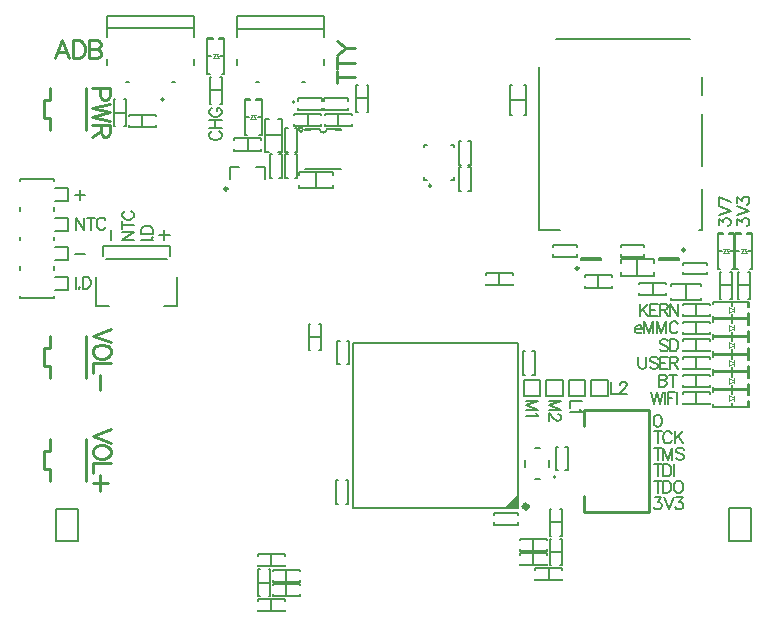
<source format=gto>
G04*
G04 #@! TF.GenerationSoftware,Altium Limited,Altium Designer,19.0.15 (446)*
G04*
G04 Layer_Color=65535*
%FSAX42Y42*%
%MOMM*%
G71*
G01*
G75*
%ADD10C,0.25*%
%ADD11C,0.25*%
%ADD12C,0.20*%
%ADD13C,0.50*%
%ADD14C,0.10*%
%ADD15C,0.20*%
%ADD16C,0.15*%
%ADD17C,0.13*%
%ADD18C,0.18*%
G36*
X003870Y-004020D02*
X003970Y-003920D01*
Y-004020D01*
X003870D01*
D02*
G37*
D10*
X005383Y-001833D02*
G03*
X005383Y-001833I-000012J000000D01*
G01*
X004483Y-001988D02*
G03*
X004483Y-001988I-000012J000000D01*
G01*
X001510Y-001315D02*
G03*
X001510Y-001315I-000012J000000D01*
G01*
D11*
X003235Y-001290D02*
G03*
X003235Y-001290I-000010J000000D01*
G01*
X004530Y-004050D02*
Y-003920D01*
Y-004050D02*
X005080D01*
Y-003190D01*
X004530D02*
X005080D01*
X004530Y-003320D02*
Y-003190D01*
X000010Y-003785D02*
Y-003685D01*
X-000040D02*
X000010D01*
X-000040D02*
Y-003535D01*
X000010D01*
Y-003435D01*
X000310Y-003785D02*
Y-003435D01*
X000010Y-002915D02*
Y-002815D01*
X-000040D02*
X000010D01*
X-000040D02*
Y-002665D01*
X000010D01*
Y-002565D01*
X000310Y-002915D02*
Y-002565D01*
X000010Y-000815D02*
Y-000715D01*
X-000040D02*
X000010D01*
X-000040D02*
Y-000565D01*
X000010D01*
Y-000465D01*
X000310Y-000815D02*
Y-000465D01*
X000522Y-002500D02*
X000370Y-002558D01*
X000522Y-002616D02*
X000370Y-002558D01*
X000522Y-002679D02*
X000515Y-002665D01*
X000501Y-002650D01*
X000486Y-002643D01*
X000464Y-002636D01*
X000428D01*
X000406Y-002643D01*
X000392Y-002650D01*
X000377Y-002665D01*
X000370Y-002679D01*
Y-002708D01*
X000377Y-002723D01*
X000392Y-002737D01*
X000406Y-002745D01*
X000428Y-002752D01*
X000464D01*
X000486Y-002745D01*
X000501Y-002737D01*
X000515Y-002723D01*
X000522Y-002708D01*
Y-002679D01*
Y-002787D02*
X000370D01*
Y-002874D01*
X000435Y-002891D02*
Y-003022D01*
X002438Y-000369D02*
X002590D01*
X002438Y-000420D02*
Y-000318D01*
Y-000249D02*
X002590D01*
X002438Y-000300D02*
Y-000199D01*
Y-000181D02*
X002510Y-000123D01*
X002590D01*
X002438Y-000064D02*
X002510Y-000123D01*
X000522Y-003350D02*
X000370Y-003408D01*
X000522Y-003466D02*
X000370Y-003408D01*
X000522Y-003529D02*
X000515Y-003515D01*
X000501Y-003500D01*
X000486Y-003493D01*
X000464Y-003486D01*
X000428D01*
X000406Y-003493D01*
X000392Y-003500D01*
X000377Y-003515D01*
X000370Y-003529D01*
Y-003558D01*
X000377Y-003573D01*
X000392Y-003587D01*
X000406Y-003595D01*
X000428Y-003602D01*
X000464D01*
X000486Y-003595D01*
X000501Y-003587D01*
X000515Y-003573D01*
X000522Y-003558D01*
Y-003529D01*
Y-003637D02*
X000370D01*
Y-003724D01*
X000501Y-003806D02*
X000370D01*
X000435Y-003741D02*
Y-003872D01*
X000433Y-000460D02*
Y-000525D01*
X000440Y-000547D01*
X000447Y-000554D01*
X000462Y-000562D01*
X000483D01*
X000498Y-000554D01*
X000505Y-000547D01*
X000512Y-000525D01*
Y-000460D01*
X000360D01*
X000512Y-000596D02*
X000360Y-000632D01*
X000512Y-000668D02*
X000360Y-000632D01*
X000512Y-000668D02*
X000360Y-000705D01*
X000512Y-000741D02*
X000360Y-000705D01*
X000512Y-000771D02*
X000360D01*
X000512D02*
Y-000837D01*
X000505Y-000858D01*
X000498Y-000866D01*
X000483Y-000873D01*
X000469D01*
X000454Y-000866D01*
X000447Y-000858D01*
X000440Y-000837D01*
Y-000771D01*
Y-000822D02*
X000360Y-000873D01*
X000166Y-000210D02*
X000108Y-000058D01*
X000050Y-000210D01*
X000072Y-000159D02*
X000144D01*
X000202Y-000058D02*
Y-000210D01*
Y-000058D02*
X000252D01*
X000274Y-000065D01*
X000289Y-000079D01*
X000296Y-000094D01*
X000303Y-000116D01*
Y-000152D01*
X000296Y-000174D01*
X000289Y-000188D01*
X000274Y-000203D01*
X000252Y-000210D01*
X000202D01*
X000337Y-000058D02*
Y-000210D01*
Y-000058D02*
X000403D01*
X000424Y-000065D01*
X000432Y-000072D01*
X000439Y-000087D01*
Y-000101D01*
X000432Y-000116D01*
X000424Y-000123D01*
X000403Y-000130D01*
X000337D02*
X000403D01*
X000424Y-000137D01*
X000432Y-000145D01*
X000439Y-000159D01*
Y-000181D01*
X000432Y-000195D01*
X000424Y-000203D01*
X000403Y-000210D01*
X000337D01*
D12*
X004290Y-003755D02*
G03*
X004290Y-003755I-000010J000000D01*
G01*
X000970Y-000560D02*
G03*
X000970Y-000560I-000010J000000D01*
G01*
X002080Y-000580D02*
G03*
X002080Y-000580I-000010J000000D01*
G01*
X005165Y-001920D02*
X005335D01*
X005165Y-001900D02*
X005335D01*
X005165Y-001920D02*
Y-001900D01*
X005335Y-001920D02*
Y-001900D01*
X004505D02*
X004675D01*
X004505Y-001920D02*
X004675D01*
Y-001900D01*
X004505Y-001920D02*
Y-001900D01*
X003870Y-004020D02*
X003970Y-003920D01*
Y-004020D02*
Y-002620D01*
X002570Y-004020D02*
Y-002620D01*
Y-004020D02*
X003970D01*
X002570Y-002620D02*
X003970D01*
X000490Y-000028D02*
Y000043D01*
Y-000267D02*
Y-000217D01*
X000650Y-000407D02*
X000680D01*
X001040D02*
X001070D01*
X001230Y-000267D02*
Y-000217D01*
Y-000028D02*
Y000043D01*
X000490D02*
X001230D01*
Y000152D01*
X000490D02*
X001230D01*
X000490Y000043D02*
Y000152D01*
X004290Y-000050D02*
X005430D01*
X004150Y-001660D02*
Y-000280D01*
Y-001660D02*
X004330D01*
X005500D02*
X005530D01*
Y-001320D01*
Y-001120D02*
Y-000680D01*
Y-000520D02*
Y-000370D01*
X001590Y000040D02*
Y000150D01*
X002330D01*
Y000040D02*
Y000150D01*
X001590Y000040D02*
X002330D01*
Y-000030D02*
Y000040D01*
Y-000270D02*
Y-000220D01*
X002140Y-000410D02*
X002170D01*
X001750D02*
X001780D01*
X001590Y-000270D02*
Y-000220D01*
Y-000030D02*
Y000040D01*
X001752Y-001130D02*
X001830D01*
Y-001230D02*
Y-001130D01*
X001530D02*
X001608D01*
X001530Y-001230D02*
Y-001130D01*
X002170Y-000815D02*
X002211D01*
X002429D02*
X002470D01*
X002170Y-001145D02*
X002211D01*
X002429D02*
X002470D01*
X-000250Y-001250D02*
Y-001230D01*
X000040D01*
Y-001250D02*
Y-001230D01*
X-000250Y-002240D02*
Y-002220D01*
Y-002240D02*
X000040D01*
Y-002220D01*
X000050Y-002170D02*
X000160D01*
Y-002060D01*
X000050D02*
X000160D01*
X000050Y-001810D02*
X000160D01*
Y-001920D02*
Y-001810D01*
X000050Y-001920D02*
X000160D01*
X000050Y-001560D02*
X000160D01*
Y-001670D02*
Y-001560D01*
X000050Y-001670D02*
X000160D01*
X000050Y-001310D02*
X000160D01*
Y-001420D02*
Y-001310D01*
X000050Y-001420D02*
X000160D01*
X-000250Y-001500D02*
Y-001470D01*
Y-001750D02*
Y-001720D01*
Y-002000D02*
Y-001970D01*
X000040Y-001500D02*
Y-001470D01*
Y-001750D02*
Y-001720D01*
Y-002000D02*
Y-001970D01*
D13*
X004047Y-004005D02*
G03*
X004047Y-004005I-000012J000000D01*
G01*
D14*
X002135Y-000815D02*
G03*
X002135Y-000815I-000005J000000D01*
G01*
X001410Y-000173D02*
X001435Y-000208D01*
X001410D02*
X001435D01*
X001410Y-000173D02*
X001432D01*
X001388D02*
X001410D01*
X001385Y-000208D02*
X001410D01*
X001385D02*
X001410Y-000173D01*
X005705Y-001858D02*
X005730Y-001823D01*
X005705Y-001858D02*
X005730D01*
X005708Y-001823D02*
X005730D01*
X005753D01*
X005730Y-001858D02*
X005755D01*
X005730Y-001823D02*
X005755Y-001858D01*
X005880Y-001823D02*
X005905Y-001858D01*
X005880D02*
X005905D01*
X005880Y-001823D02*
X005903D01*
X005858D02*
X005880D01*
X005855Y-001858D02*
X005880D01*
X005855D02*
X005880Y-001823D01*
X005760Y-002365D02*
X005795Y-002340D01*
X005760Y-002365D02*
Y-002340D01*
X005795Y-002362D02*
Y-002340D01*
Y-002317D01*
X005760Y-002340D02*
Y-002315D01*
X005795Y-002340D01*
X005760Y-002515D02*
X005795Y-002490D01*
X005760Y-002515D02*
Y-002490D01*
X005795Y-002512D02*
Y-002490D01*
Y-002467D01*
X005760Y-002490D02*
Y-002465D01*
X005795Y-002490D01*
X005760Y-002665D02*
X005795Y-002640D01*
X005760Y-002665D02*
Y-002640D01*
X005795Y-002662D02*
Y-002640D01*
Y-002617D01*
X005760Y-002640D02*
Y-002615D01*
X005795Y-002640D01*
X005760Y-002815D02*
X005795Y-002790D01*
X005760Y-002815D02*
Y-002790D01*
X005795Y-002812D02*
Y-002790D01*
Y-002767D01*
X005760Y-002790D02*
Y-002765D01*
X005795Y-002790D01*
X005760Y-003065D02*
X005795Y-003090D01*
X005760D02*
Y-003065D01*
X005795Y-003090D02*
Y-003067D01*
Y-003112D02*
Y-003090D01*
X005760Y-003115D02*
Y-003090D01*
Y-003115D02*
X005795Y-003090D01*
X005760Y-002965D02*
X005795Y-002940D01*
X005760Y-002965D02*
Y-002940D01*
X005795Y-002962D02*
Y-002940D01*
Y-002917D01*
X005760Y-002940D02*
Y-002915D01*
X005795Y-002940D01*
X001730Y-000688D02*
X001755Y-000722D01*
X001730D02*
X001755D01*
X001730Y-000688D02*
X001752D01*
X001708D02*
X001730D01*
X001705Y-000722D02*
X001730D01*
X001705D02*
X001730Y-000688D01*
D15*
X002290Y-000810D02*
G03*
X002350Y-000810I000030J000000D01*
G01*
X002148Y-000815D02*
G03*
X002148Y-000815I-000018J000000D01*
G01*
X002350Y-000810D02*
X002470D01*
X002170D02*
X002290D01*
X002170Y-001150D02*
X002470D01*
X005154Y-003368D02*
Y-003470D01*
X005120Y-003368D02*
X005188D01*
X005272Y-003393D02*
X005268Y-003383D01*
X005258Y-003373D01*
X005248Y-003368D01*
X005229D01*
X005219Y-003373D01*
X005209Y-003383D01*
X005205Y-003393D01*
X005200Y-003407D01*
Y-003431D01*
X005205Y-003446D01*
X005209Y-003455D01*
X005219Y-003465D01*
X005229Y-003470D01*
X005248D01*
X005258Y-003465D01*
X005268Y-003455D01*
X005272Y-003446D01*
X005301Y-003368D02*
Y-003470D01*
X005369Y-003368D02*
X005301Y-003436D01*
X005325Y-003412D02*
X005369Y-003470D01*
X005154Y-003508D02*
Y-003610D01*
X005120Y-003508D02*
X005188D01*
X005200D02*
Y-003610D01*
Y-003508D02*
X005239Y-003610D01*
X005277Y-003508D02*
X005239Y-003610D01*
X005277Y-003508D02*
Y-003610D01*
X005374Y-003523D02*
X005364Y-003513D01*
X005350Y-003508D01*
X005330D01*
X005316Y-003513D01*
X005306Y-003523D01*
Y-003533D01*
X005311Y-003542D01*
X005316Y-003547D01*
X005326Y-003552D01*
X005355Y-003562D01*
X005364Y-003566D01*
X005369Y-003571D01*
X005374Y-003581D01*
Y-003595D01*
X005364Y-003605D01*
X005350Y-003610D01*
X005330D01*
X005316Y-003605D01*
X005306Y-003595D01*
X005154Y-003648D02*
Y-003750D01*
X005120Y-003648D02*
X005188D01*
X005200D02*
Y-003750D01*
Y-003648D02*
X005234D01*
X005248Y-003653D01*
X005258Y-003663D01*
X005263Y-003673D01*
X005268Y-003687D01*
Y-003711D01*
X005263Y-003726D01*
X005258Y-003735D01*
X005248Y-003745D01*
X005234Y-003750D01*
X005200D01*
X005290Y-003648D02*
Y-003750D01*
X005154Y-003788D02*
Y-003890D01*
X005120Y-003788D02*
X005188D01*
X005200D02*
Y-003890D01*
Y-003788D02*
X005234D01*
X005248Y-003793D01*
X005258Y-003803D01*
X005263Y-003813D01*
X005268Y-003827D01*
Y-003851D01*
X005263Y-003866D01*
X005258Y-003875D01*
X005248Y-003885D01*
X005234Y-003890D01*
X005200D01*
X005319Y-003788D02*
X005310Y-003793D01*
X005300Y-003803D01*
X005295Y-003813D01*
X005290Y-003827D01*
Y-003851D01*
X005295Y-003866D01*
X005300Y-003875D01*
X005310Y-003885D01*
X005319Y-003890D01*
X005339D01*
X005348Y-003885D01*
X005358Y-003875D01*
X005363Y-003866D01*
X005368Y-003851D01*
Y-003827D01*
X005363Y-003813D01*
X005358Y-003803D01*
X005348Y-003793D01*
X005339Y-003788D01*
X005319D01*
X005130Y-003928D02*
X005183D01*
X005154Y-003967D01*
X005168D01*
X005178Y-003972D01*
X005183Y-003977D01*
X005188Y-003991D01*
Y-004001D01*
X005183Y-004015D01*
X005173Y-004025D01*
X005159Y-004030D01*
X005144D01*
X005130Y-004025D01*
X005125Y-004020D01*
X005120Y-004011D01*
X005210Y-003928D02*
X005249Y-004030D01*
X005288Y-003928D02*
X005249Y-004030D01*
X005311Y-003928D02*
X005364D01*
X005335Y-003967D01*
X005349D01*
X005359Y-003972D01*
X005364Y-003977D01*
X005369Y-003991D01*
Y-004001D01*
X005364Y-004015D01*
X005354Y-004025D01*
X005340Y-004030D01*
X005325D01*
X005311Y-004025D01*
X005306Y-004020D01*
X005301Y-004011D01*
X005149Y-003228D02*
X005135Y-003233D01*
X005125Y-003248D01*
X005120Y-003272D01*
Y-003286D01*
X005125Y-003311D01*
X005135Y-003325D01*
X005149Y-003330D01*
X005159D01*
X005173Y-003325D01*
X005183Y-003311D01*
X005188Y-003286D01*
Y-003272D01*
X005183Y-003248D01*
X005173Y-003233D01*
X005159Y-003228D01*
X005149D01*
X000933Y-001706D02*
X001020D01*
X000976Y-001750D02*
Y-001663D01*
X000618Y-001751D02*
X000720D01*
X000618D02*
X000720Y-001683D01*
X000618D02*
X000720D01*
X000618Y-001621D02*
X000720D01*
X000618Y-001655D02*
Y-001588D01*
X000643Y-001503D02*
X000633Y-001508D01*
X000623Y-001517D01*
X000618Y-001527D01*
Y-001546D01*
X000623Y-001556D01*
X000633Y-001566D01*
X000643Y-001571D01*
X000657Y-001575D01*
X000681D01*
X000696Y-001571D01*
X000705Y-001566D01*
X000715Y-001556D01*
X000720Y-001546D01*
Y-001527D01*
X000715Y-001517D01*
X000705Y-001508D01*
X000696Y-001503D01*
X000526Y-001750D02*
Y-001663D01*
X004990Y-002738D02*
Y-002811D01*
X004995Y-002825D01*
X005005Y-002835D01*
X005019Y-002840D01*
X005029D01*
X005043Y-002835D01*
X005053Y-002825D01*
X005058Y-002811D01*
Y-002738D01*
X005153Y-002753D02*
X005144Y-002743D01*
X005129Y-002738D01*
X005110D01*
X005095Y-002743D01*
X005086Y-002753D01*
Y-002763D01*
X005091Y-002772D01*
X005095Y-002777D01*
X005105Y-002782D01*
X005134Y-002792D01*
X005144Y-002796D01*
X005149Y-002801D01*
X005153Y-002811D01*
Y-002825D01*
X005144Y-002835D01*
X005129Y-002840D01*
X005110D01*
X005095Y-002835D01*
X005086Y-002825D01*
X005239Y-002738D02*
X005176D01*
Y-002840D01*
X005239D01*
X005176Y-002787D02*
X005215D01*
X005256Y-002738D02*
Y-002840D01*
Y-002738D02*
X005300D01*
X005314Y-002743D01*
X005319Y-002748D01*
X005324Y-002758D01*
Y-002767D01*
X005319Y-002777D01*
X005314Y-002782D01*
X005300Y-002787D01*
X005256D01*
X005290D02*
X005324Y-002840D01*
X005238Y-002603D02*
X005228Y-002593D01*
X005214Y-002588D01*
X005194D01*
X005180Y-002593D01*
X005170Y-002603D01*
Y-002613D01*
X005175Y-002622D01*
X005180Y-002627D01*
X005189Y-002632D01*
X005218Y-002642D01*
X005228Y-002646D01*
X005233Y-002651D01*
X005238Y-002661D01*
Y-002675D01*
X005228Y-002685D01*
X005214Y-002690D01*
X005194D01*
X005180Y-002685D01*
X005170Y-002675D01*
X005260Y-002588D02*
Y-002690D01*
Y-002588D02*
X005294D01*
X005309Y-002593D01*
X005318Y-002603D01*
X005323Y-002613D01*
X005328Y-002627D01*
Y-002651D01*
X005323Y-002666D01*
X005318Y-002675D01*
X005309Y-002685D01*
X005294Y-002690D01*
X005260D01*
X004960Y-002501D02*
X005018D01*
Y-002492D01*
X005013Y-002482D01*
X005008Y-002477D01*
X004999Y-002472D01*
X004984D01*
X004975Y-002477D01*
X004965Y-002487D01*
X004960Y-002501D01*
Y-002511D01*
X004965Y-002525D01*
X004975Y-002535D01*
X004984Y-002540D01*
X004999D01*
X005008Y-002535D01*
X005018Y-002525D01*
X005040Y-002438D02*
Y-002540D01*
Y-002438D02*
X005079Y-002540D01*
X005117Y-002438D02*
X005079Y-002540D01*
X005117Y-002438D02*
Y-002540D01*
X005146Y-002438D02*
Y-002540D01*
Y-002438D02*
X005185Y-002540D01*
X005224Y-002438D02*
X005185Y-002540D01*
X005224Y-002438D02*
Y-002540D01*
X005325Y-002463D02*
X005320Y-002453D01*
X005311Y-002443D01*
X005301Y-002438D01*
X005282D01*
X005272Y-002443D01*
X005262Y-002453D01*
X005257Y-002463D01*
X005253Y-002477D01*
Y-002501D01*
X005257Y-002516D01*
X005262Y-002525D01*
X005272Y-002535D01*
X005282Y-002540D01*
X005301D01*
X005311Y-002535D01*
X005320Y-002525D01*
X005325Y-002516D01*
X005000Y-002288D02*
Y-002390D01*
X005068Y-002288D02*
X005000Y-002356D01*
X005024Y-002332D02*
X005068Y-002390D01*
X005153Y-002288D02*
X005090D01*
Y-002390D01*
X005153D01*
X005090Y-002337D02*
X005129D01*
X005170Y-002288D02*
Y-002390D01*
Y-002288D02*
X005214D01*
X005228Y-002293D01*
X005233Y-002298D01*
X005238Y-002308D01*
Y-002317D01*
X005233Y-002327D01*
X005228Y-002332D01*
X005214Y-002337D01*
X005170D01*
X005204D02*
X005238Y-002390D01*
X005261Y-002288D02*
Y-002390D01*
Y-002288D02*
X005328Y-002390D01*
Y-002288D02*
Y-002390D01*
X005160Y-002888D02*
Y-002990D01*
Y-002888D02*
X005204D01*
X005218Y-002893D01*
X005223Y-002898D01*
X005228Y-002908D01*
Y-002917D01*
X005223Y-002927D01*
X005218Y-002932D01*
X005204Y-002937D01*
X005160D02*
X005204D01*
X005218Y-002942D01*
X005223Y-002946D01*
X005228Y-002956D01*
Y-002971D01*
X005223Y-002980D01*
X005218Y-002985D01*
X005204Y-002990D01*
X005160D01*
X005284Y-002888D02*
Y-002990D01*
X005250Y-002888D02*
X005318D01*
X005100Y-003038D02*
X005124Y-003140D01*
X005148Y-003038D02*
X005124Y-003140D01*
X005148Y-003038D02*
X005173Y-003140D01*
X005197Y-003038D02*
X005173Y-003140D01*
X005217Y-003038D02*
Y-003140D01*
X005238Y-003038D02*
Y-003140D01*
Y-003038D02*
X005301D01*
X005238Y-003087D02*
X005277D01*
X005313Y-003038D02*
Y-003140D01*
X000778Y-001750D02*
X000880D01*
X000870Y-001724D02*
X000875Y-001729D01*
X000880Y-001724D01*
X000875Y-001719D01*
X000870Y-001724D01*
X000778Y-001697D02*
X000880D01*
X000778D02*
Y-001663D01*
X000783Y-001648D01*
X000793Y-001639D01*
X000803Y-001634D01*
X000817Y-001629D01*
X000841D01*
X000856Y-001634D01*
X000865Y-001639D01*
X000875Y-001648D01*
X000880Y-001663D01*
Y-001697D01*
X001383Y-000827D02*
X001373Y-000832D01*
X001363Y-000842D01*
X001358Y-000852D01*
Y-000871D01*
X001363Y-000881D01*
X001373Y-000890D01*
X001383Y-000895D01*
X001397Y-000900D01*
X001421D01*
X001436Y-000895D01*
X001445Y-000890D01*
X001455Y-000881D01*
X001460Y-000871D01*
Y-000852D01*
X001455Y-000842D01*
X001445Y-000832D01*
X001436Y-000827D01*
X001358Y-000799D02*
X001460D01*
X001358Y-000731D02*
X001460D01*
X001407Y-000799D02*
Y-000731D01*
X001383Y-000631D02*
X001373Y-000635D01*
X001363Y-000645D01*
X001358Y-000655D01*
Y-000674D01*
X001363Y-000684D01*
X001373Y-000693D01*
X001383Y-000698D01*
X001397Y-000703D01*
X001421D01*
X001436Y-000698D01*
X001445Y-000693D01*
X001455Y-000684D01*
X001460Y-000674D01*
Y-000655D01*
X001455Y-000645D01*
X001445Y-000635D01*
X001436Y-000631D01*
X001421D01*
Y-000655D02*
Y-000631D01*
X005668Y-001620D02*
Y-001567D01*
X005707Y-001596D01*
Y-001582D01*
X005712Y-001572D01*
X005717Y-001567D01*
X005731Y-001562D01*
X005741D01*
X005755Y-001567D01*
X005765Y-001577D01*
X005770Y-001591D01*
Y-001606D01*
X005765Y-001620D01*
X005760Y-001625D01*
X005751Y-001630D01*
X005668Y-001540D02*
X005770Y-001501D01*
X005668Y-001462D02*
X005770Y-001501D01*
X005668Y-001381D02*
X005770Y-001430D01*
X005668Y-001449D02*
Y-001381D01*
X005828Y-001620D02*
Y-001567D01*
X005867Y-001596D01*
Y-001582D01*
X005872Y-001572D01*
X005877Y-001567D01*
X005891Y-001562D01*
X005901D01*
X005915Y-001567D01*
X005925Y-001577D01*
X005930Y-001591D01*
Y-001606D01*
X005925Y-001620D01*
X005920Y-001625D01*
X005911Y-001630D01*
X005828Y-001540D02*
X005930Y-001501D01*
X005828Y-001462D02*
X005930Y-001501D01*
X005828Y-001439D02*
Y-001386D01*
X005867Y-001415D01*
Y-001401D01*
X005872Y-001391D01*
X005877Y-001386D01*
X005891Y-001381D01*
X005901D01*
X005915Y-001386D01*
X005925Y-001396D01*
X005930Y-001410D01*
Y-001425D01*
X005925Y-001439D01*
X005920Y-001444D01*
X005911Y-001449D01*
X004142Y-003110D02*
X004040D01*
X004142D02*
X004040Y-003149D01*
X004142Y-003187D02*
X004040Y-003149D01*
X004142Y-003187D02*
X004040D01*
X004122Y-003216D02*
X004127Y-003226D01*
X004142Y-003241D01*
X004040D01*
X004332Y-003110D02*
X004230D01*
X004332D02*
X004230Y-003149D01*
X004332Y-003187D02*
X004230Y-003149D01*
X004332Y-003187D02*
X004230D01*
X004307Y-003221D02*
X004312D01*
X004322Y-003226D01*
X004327Y-003231D01*
X004332Y-003241D01*
Y-003260D01*
X004327Y-003270D01*
X004322Y-003274D01*
X004312Y-003279D01*
X004303D01*
X004293Y-003274D01*
X004278Y-003265D01*
X004230Y-003216D01*
Y-003284D01*
X004512Y-003110D02*
X004410D01*
Y-003168D01*
X004492Y-003179D02*
X004497Y-003189D01*
X004512Y-003203D01*
X004410D01*
X004760Y-002948D02*
Y-003050D01*
X004818D01*
X004834Y-002973D02*
Y-002968D01*
X004839Y-002958D01*
X004844Y-002953D01*
X004853Y-002948D01*
X004873D01*
X004882Y-002953D01*
X004887Y-002958D01*
X004892Y-002968D01*
Y-002977D01*
X004887Y-002987D01*
X004878Y-003002D01*
X004829Y-003050D01*
X004897D01*
X000264Y-001323D02*
Y-001410D01*
X000220Y-001366D02*
X000307D01*
X000229Y-001558D02*
Y-001660D01*
Y-001558D02*
X000297Y-001660D01*
Y-001558D02*
Y-001660D01*
X000359Y-001558D02*
Y-001660D01*
X000325Y-001558D02*
X000392D01*
X000477Y-001583D02*
X000472Y-001573D01*
X000463Y-001563D01*
X000453Y-001558D01*
X000434D01*
X000424Y-001563D01*
X000414Y-001573D01*
X000409Y-001583D01*
X000405Y-001597D01*
Y-001621D01*
X000409Y-001636D01*
X000414Y-001645D01*
X000424Y-001655D01*
X000434Y-001660D01*
X000453D01*
X000463Y-001655D01*
X000472Y-001645D01*
X000477Y-001636D01*
X000220Y-001866D02*
X000307D01*
X000230Y-002058D02*
Y-002160D01*
X000256Y-002150D02*
X000251Y-002155D01*
X000256Y-002160D01*
X000261Y-002155D01*
X000256Y-002150D01*
X000283Y-002058D02*
Y-002160D01*
Y-002058D02*
X000317D01*
X000332Y-002063D01*
X000341Y-002073D01*
X000346Y-002083D01*
X000351Y-002097D01*
Y-002121D01*
X000346Y-002136D01*
X000341Y-002145D01*
X000332Y-002155D01*
X000317Y-002160D01*
X000283D01*
D16*
X002599Y-000550D02*
X002701D01*
X002688Y-000436D02*
X002701D01*
Y-000664D02*
Y-000436D01*
X002688Y-000664D02*
X002701D01*
X002599D02*
X002612D01*
X002599D02*
Y-000436D01*
X002612D01*
X005224Y-002122D02*
Y-002109D01*
X004996D02*
X005224D01*
X004996Y-002122D02*
Y-002109D01*
Y-002211D02*
Y-002198D01*
Y-002211D02*
X005224D01*
Y-002198D01*
X005110Y-002211D02*
Y-002109D01*
X005040Y-001810D02*
Y-001790D01*
X004840D02*
X005040D01*
X004840Y-001810D02*
Y-001790D01*
Y-001890D02*
Y-001870D01*
Y-001890D02*
X005040D01*
Y-001870D01*
X005570Y-001960D02*
Y-001940D01*
X005370D02*
X005570D01*
X005370Y-001960D02*
Y-001940D01*
Y-002040D02*
Y-002020D01*
Y-002040D02*
X005570D01*
Y-002020D01*
X005120Y-001940D02*
Y-001910D01*
X004840D02*
X005120D01*
X004840Y-001940D02*
Y-001910D01*
Y-002050D02*
Y-002020D01*
Y-002050D02*
X005120D01*
Y-002020D01*
X004980Y-002050D02*
Y-001910D01*
X004536Y-002151D02*
Y-002138D01*
Y-002151D02*
X004764D01*
Y-002138D01*
Y-002062D02*
Y-002049D01*
X004536D02*
X004764D01*
X004536Y-002062D02*
Y-002049D01*
X004650Y-002151D02*
Y-002049D01*
X004270Y-001890D02*
Y-001870D01*
Y-001890D02*
X004470D01*
Y-001870D01*
Y-001810D02*
Y-001790D01*
X004270D02*
X004470D01*
X004270Y-001810D02*
Y-001790D01*
X003550Y-001130D02*
X003570D01*
Y-001330D02*
Y-001130D01*
X003550Y-001330D02*
X003570D01*
X003470D02*
X003490D01*
X003470D02*
Y-001130D01*
X003490D01*
X002288Y-002684D02*
X002301D01*
Y-002456D01*
X002288D02*
X002301D01*
X002199D02*
X002212D01*
X002199Y-002684D02*
Y-002456D01*
Y-002684D02*
X002212D01*
X002199Y-002570D02*
X002301D01*
X005517Y-002139D02*
Y-002120D01*
X005263D02*
X005517D01*
X005263Y-002139D02*
Y-002120D01*
Y-002260D02*
Y-002241D01*
Y-002260D02*
X005517D01*
Y-002241D01*
X005390Y-002260D02*
Y-002120D01*
X000790Y-000791D02*
Y-000689D01*
X000676Y-000702D02*
Y-000689D01*
X000904D01*
Y-000702D02*
Y-000689D01*
Y-000791D02*
Y-000778D01*
X000676Y-000791D02*
X000904D01*
X000676D02*
Y-000778D01*
X004239Y-004140D02*
X004341D01*
X004328Y-004026D02*
X004341D01*
Y-004254D02*
Y-004026D01*
X004328Y-004254D02*
X004341D01*
X004239D02*
X004252D01*
X004239D02*
Y-004026D01*
X004252D01*
X004239Y-004390D02*
X004341D01*
X004328Y-004276D02*
X004341D01*
Y-004504D02*
Y-004276D01*
X004328Y-004504D02*
X004341D01*
X004239D02*
X004252D01*
X004239D02*
Y-004276D01*
X004252D01*
X004100Y-004501D02*
Y-004399D01*
X003986Y-004412D02*
Y-004399D01*
X004214D01*
Y-004412D02*
Y-004399D01*
Y-004501D02*
Y-004488D01*
X003986Y-004501D02*
X004214D01*
X003986D02*
Y-004488D01*
X004230Y-004631D02*
Y-004529D01*
X004344Y-004631D02*
Y-004618D01*
X004116Y-004631D02*
X004344D01*
X004116D02*
Y-004618D01*
Y-004542D02*
Y-004529D01*
X004344D01*
Y-004542D02*
Y-004529D01*
X005679Y-002130D02*
X005781D01*
X005679Y-002244D02*
X005692D01*
X005679D02*
Y-002016D01*
X005692D01*
X005768D02*
X005781D01*
Y-002244D02*
Y-002016D01*
X005768Y-002244D02*
X005781D01*
X002520Y-002600D02*
X002540D01*
Y-002800D02*
Y-002600D01*
X002520Y-002800D02*
X002540D01*
X002440D02*
X002460D01*
X002440D02*
Y-002600D01*
X002460D01*
X003770Y-004160D02*
Y-004140D01*
Y-004160D02*
X003970D01*
Y-004140D01*
Y-004080D02*
Y-004060D01*
X003770D02*
X003970D01*
X003770Y-004080D02*
Y-004060D01*
X004290Y-003500D02*
X004310D01*
X004290Y-003700D02*
Y-003500D01*
Y-003700D02*
X004310D01*
X004370D02*
X004390D01*
Y-003500D01*
X004370D02*
X004390D01*
X003550Y-000910D02*
X003570D01*
Y-001110D02*
Y-000910D01*
X003550Y-001110D02*
X003570D01*
X003470D02*
X003490D01*
X003470D02*
Y-000910D01*
X003490D01*
X002400Y-001200D02*
Y-001170D01*
X002120D02*
X002400D01*
X002120Y-001200D02*
Y-001170D01*
Y-001310D02*
Y-001280D01*
Y-001310D02*
X002400D01*
Y-001280D01*
X002260Y-001310D02*
Y-001170D01*
X001950Y-001220D02*
X001970D01*
Y-001020D01*
X001950D02*
X001970D01*
X001870D02*
X001890D01*
X001870Y-001220D02*
Y-001020D01*
Y-001220D02*
X001890D01*
X002080D02*
X002100D01*
Y-001020D01*
X002080D02*
X002100D01*
X002000D02*
X002020D01*
X002000Y-001220D02*
Y-001020D01*
Y-001220D02*
X002020D01*
X002000Y-000800D02*
X002020D01*
X002000Y-001000D02*
Y-000800D01*
Y-001000D02*
X002020D01*
X002080D02*
X002100D01*
Y-000800D01*
X002080D02*
X002100D01*
X002110Y-000650D02*
Y-000630D01*
Y-000650D02*
X002310D01*
Y-000630D01*
Y-000570D02*
Y-000550D01*
X002110D02*
X002310D01*
X002110Y-000570D02*
Y-000550D01*
X002530Y-000570D02*
Y-000550D01*
X002330D02*
X002530D01*
X002330Y-000570D02*
Y-000550D01*
Y-000650D02*
Y-000630D01*
Y-000650D02*
X002530D01*
Y-000630D01*
X001940Y-001000D02*
X001970D01*
Y-000720D01*
X001940D02*
X001970D01*
X001830D02*
X001860D01*
X001830Y-001000D02*
Y-000720D01*
Y-001000D02*
X001860D01*
X001830Y-000860D02*
X001970D01*
X001340Y-000190D02*
X001375D01*
X001445D02*
X001480D01*
X001461Y-000342D02*
X001480D01*
Y-000040D01*
X001435Y-000050D02*
X001480D01*
X001340D02*
X001385D01*
X001340Y-000342D02*
Y-000040D01*
Y-000342D02*
X001359D01*
X001480Y-000050D02*
Y-000038D01*
X001435D02*
X001480D01*
X001435Y-000050D02*
Y-000038D01*
X001340Y-000050D02*
Y-000038D01*
X001385D01*
Y-000050D02*
Y-000038D01*
X005765Y-001840D02*
X005800D01*
X005705Y-001700D02*
Y-001688D01*
X005660D02*
X005705D01*
X005660Y-001700D02*
Y-001688D01*
X005755Y-001700D02*
Y-001688D01*
X005800D01*
Y-001700D02*
Y-001688D01*
X005660Y-001840D02*
X005695D01*
X005660Y-001992D02*
X005679D01*
X005660D02*
Y-001690D01*
Y-001700D02*
X005705D01*
X005755D02*
X005800D01*
Y-001992D02*
Y-001700D01*
X005781Y-001992D02*
X005800D01*
X005810Y-001840D02*
X005845D01*
X005915D02*
X005950D01*
X005855Y-001700D02*
Y-001688D01*
X005810D02*
X005855D01*
X005810Y-001700D02*
Y-001688D01*
X005905Y-001700D02*
Y-001688D01*
X005950D01*
Y-001700D02*
Y-001688D01*
X005810Y-001992D02*
X005829D01*
X005810D02*
Y-001690D01*
Y-001700D02*
X005855D01*
X005905D02*
X005950D01*
Y-001992D02*
Y-001690D01*
X005931Y-001992D02*
X005950D01*
X005778Y-002305D02*
Y-002270D01*
Y-002410D02*
Y-002375D01*
X005917Y-002315D02*
X005930D01*
Y-002270D01*
X005917D02*
X005930D01*
X005917Y-002365D02*
X005930D01*
Y-002410D02*
Y-002365D01*
X005917Y-002410D02*
X005930D01*
X005625Y-002289D02*
Y-002270D01*
X005928D01*
X005917Y-002315D02*
Y-002270D01*
Y-002410D02*
Y-002365D01*
X005625Y-002410D02*
X005928D01*
X005625D02*
Y-002391D01*
X005778Y-002455D02*
Y-002420D01*
Y-002560D02*
Y-002525D01*
X005917Y-002465D02*
X005930D01*
Y-002420D01*
X005917D02*
X005930D01*
X005917Y-002515D02*
X005930D01*
Y-002560D02*
Y-002515D01*
X005917Y-002560D02*
X005930D01*
X005625Y-002439D02*
Y-002420D01*
X005928D01*
X005917Y-002465D02*
Y-002420D01*
Y-002560D02*
Y-002515D01*
X005625Y-002560D02*
X005928D01*
X005625D02*
Y-002541D01*
X005778Y-002605D02*
Y-002570D01*
Y-002710D02*
Y-002675D01*
X005917Y-002615D02*
X005930D01*
Y-002570D01*
X005917D02*
X005930D01*
X005917Y-002665D02*
X005930D01*
Y-002710D02*
Y-002665D01*
X005917Y-002710D02*
X005930D01*
X005625Y-002589D02*
Y-002570D01*
X005928D01*
X005917Y-002615D02*
Y-002570D01*
Y-002710D02*
Y-002665D01*
X005625Y-002710D02*
X005928D01*
X005625D02*
Y-002691D01*
X005778Y-002755D02*
Y-002720D01*
Y-002860D02*
Y-002825D01*
X005917Y-002765D02*
X005930D01*
Y-002720D01*
X005917D02*
X005930D01*
X005917Y-002815D02*
X005930D01*
Y-002860D02*
Y-002815D01*
X005917Y-002860D02*
X005930D01*
X005625Y-002739D02*
Y-002720D01*
X005928D01*
X005917Y-002765D02*
Y-002720D01*
Y-002860D02*
Y-002815D01*
X005625Y-002860D02*
X005928D01*
X005625D02*
Y-002841D01*
X005778Y-003160D02*
Y-003125D01*
X005917Y-003065D02*
X005930D01*
Y-003020D01*
X005917D02*
X005930D01*
X005917Y-003115D02*
X005930D01*
Y-003160D02*
Y-003115D01*
X005917Y-003160D02*
X005930D01*
X005778Y-003055D02*
Y-003020D01*
X005625Y-003039D02*
Y-003020D01*
X005928D01*
X005917Y-003065D02*
Y-003020D01*
Y-003160D02*
Y-003115D01*
X005625Y-003160D02*
X005917D01*
X005625D02*
Y-003141D01*
X005778Y-002905D02*
Y-002870D01*
Y-003010D02*
Y-002975D01*
X005625Y-003010D02*
Y-002991D01*
Y-003010D02*
X005928D01*
X005917D02*
Y-002965D01*
Y-002915D02*
Y-002870D01*
X005625D02*
X005928D01*
X005625Y-002889D02*
Y-002870D01*
X005917Y-003010D02*
X005930D01*
Y-002965D01*
X005917D02*
X005930D01*
X005917Y-002870D02*
X005930D01*
Y-002915D02*
Y-002870D01*
X005917Y-002915D02*
X005930D01*
X001660Y-000705D02*
X001695D01*
X001765D02*
X001800D01*
X001705Y-000565D02*
Y-000553D01*
X001660D02*
X001705D01*
X001660Y-000565D02*
Y-000553D01*
X001755Y-000565D02*
Y-000553D01*
X001800D01*
Y-000565D02*
Y-000553D01*
X001660Y-000857D02*
X001679D01*
X001660D02*
Y-000555D01*
Y-000565D02*
X001705D01*
X001755D02*
X001800D01*
Y-000857D02*
Y-000555D01*
X001781Y-000857D02*
X001800D01*
X001359Y-000366D02*
X001372D01*
X001359Y-000594D02*
Y-000366D01*
Y-000594D02*
X001372D01*
X001448D02*
X001461D01*
Y-000366D01*
X001448D02*
X001461D01*
X001359Y-000480D02*
X001461D01*
X005918Y-002244D02*
X005931D01*
Y-002016D01*
X005918D02*
X005931D01*
X005829D02*
X005842D01*
X005829Y-002244D02*
Y-002016D01*
Y-002244D02*
X005842D01*
X005829Y-002130D02*
X005931D01*
X003986Y-004381D02*
Y-004368D01*
Y-004381D02*
X004214D01*
Y-004368D01*
Y-004292D02*
Y-004279D01*
X003986D02*
X004214D01*
X003986Y-004292D02*
Y-004279D01*
X004100Y-004381D02*
Y-004279D01*
X005592Y-002302D02*
Y-002289D01*
X005363D02*
X005592D01*
X005363Y-002302D02*
Y-002289D01*
Y-002391D02*
Y-002378D01*
Y-002391D02*
X005592D01*
Y-002378D01*
X005478Y-002391D02*
Y-002289D01*
X005592Y-002452D02*
Y-002439D01*
X005363D02*
X005592D01*
X005363Y-002452D02*
Y-002439D01*
Y-002541D02*
Y-002528D01*
Y-002541D02*
X005592D01*
Y-002528D01*
X005478Y-002541D02*
Y-002439D01*
X005592Y-002602D02*
Y-002589D01*
X005363D02*
X005592D01*
X005363Y-002602D02*
Y-002589D01*
Y-002691D02*
Y-002678D01*
Y-002691D02*
X005592D01*
Y-002678D01*
X005478Y-002691D02*
Y-002589D01*
X005592Y-002752D02*
Y-002739D01*
X005363D02*
X005592D01*
X005363Y-002752D02*
Y-002739D01*
Y-002841D02*
Y-002828D01*
Y-002841D02*
X005592D01*
Y-002828D01*
X005478Y-002841D02*
Y-002739D01*
X005594Y-003052D02*
Y-003039D01*
X005366D02*
X005594D01*
X005366Y-003052D02*
Y-003039D01*
Y-003141D02*
Y-003128D01*
Y-003141D02*
X005594D01*
Y-003128D01*
X005480Y-003141D02*
Y-003039D01*
X005594Y-002902D02*
Y-002889D01*
X005366D02*
X005594D01*
X005366Y-002902D02*
Y-002889D01*
Y-002991D02*
Y-002978D01*
Y-002991D02*
X005594D01*
Y-002978D01*
X005480Y-002991D02*
Y-002889D01*
X001794Y-000902D02*
Y-000889D01*
X001566D02*
X001794D01*
X001566Y-000902D02*
Y-000889D01*
Y-000991D02*
Y-000978D01*
Y-000991D02*
X001794D01*
Y-000978D01*
X001680Y-000991D02*
Y-000889D01*
X002076Y-000781D02*
Y-000768D01*
Y-000781D02*
X002304D01*
Y-000768D01*
Y-000692D02*
Y-000679D01*
X002076D02*
X002304D01*
X002076Y-000692D02*
Y-000679D01*
X002190Y-000781D02*
Y-000679D01*
X002564Y-000692D02*
Y-000679D01*
X002336D02*
X002564D01*
X002336Y-000692D02*
Y-000679D01*
Y-000781D02*
Y-000768D01*
Y-000781D02*
X002564D01*
Y-000768D01*
X002450Y-000781D02*
Y-000679D01*
X000549Y-000556D02*
X000562D01*
X000549Y-000784D02*
Y-000556D01*
Y-000784D02*
X000562D01*
X000638D02*
X000651D01*
Y-000556D01*
X000638D02*
X000651D01*
X000549Y-000670D02*
X000651D01*
X004010Y-002690D02*
X004030D01*
X004010Y-002890D02*
Y-002690D01*
Y-002890D02*
X004030D01*
X004090D02*
X004110D01*
Y-002690D01*
X004090D02*
X004110D01*
X003924Y-002042D02*
Y-002029D01*
X003696D02*
X003924D01*
X003696Y-002042D02*
Y-002029D01*
Y-002131D02*
Y-002118D01*
Y-002131D02*
X003924D01*
Y-002118D01*
X003810Y-002131D02*
Y-002029D01*
X003900Y-000433D02*
X003919D01*
X003900Y-000687D02*
Y-000433D01*
Y-000687D02*
X003919D01*
X004021D02*
X004040D01*
Y-000433D01*
X004021D02*
X004040D01*
X003900Y-000560D02*
X004040D01*
X001880Y-004891D02*
Y-004789D01*
X001994Y-004891D02*
Y-004878D01*
X001766Y-004891D02*
X001994D01*
X001766D02*
Y-004878D01*
Y-004802D02*
Y-004789D01*
X001994D01*
Y-004802D02*
Y-004789D01*
X002124Y-004672D02*
Y-004659D01*
X001896D02*
X002124D01*
X001896Y-004672D02*
Y-004659D01*
Y-004761D02*
Y-004748D01*
Y-004761D02*
X002124D01*
Y-004748D01*
X002010Y-004761D02*
Y-004659D01*
X001769Y-004650D02*
X001871D01*
X001769Y-004764D02*
X001782D01*
X001769D02*
Y-004536D01*
X001782D01*
X001858D02*
X001871D01*
Y-004764D02*
Y-004536D01*
X001858Y-004764D02*
X001871D01*
X002010Y-004641D02*
Y-004539D01*
X002124Y-004641D02*
Y-004628D01*
X001896Y-004641D02*
X002124D01*
X001896D02*
Y-004628D01*
Y-004552D02*
Y-004539D01*
X002124D01*
Y-004552D02*
Y-004539D01*
X001880Y-004511D02*
Y-004409D01*
X001766Y-004422D02*
Y-004409D01*
X001994D01*
Y-004422D02*
Y-004409D01*
Y-004511D02*
Y-004498D01*
X001766Y-004511D02*
X001994D01*
X001766D02*
Y-004498D01*
X002430Y-003980D02*
X002450D01*
X002430D02*
Y-003780D01*
X002450D01*
X002510D02*
X002530D01*
Y-003980D02*
Y-003780D01*
X002510Y-003980D02*
X002530D01*
D17*
X003175Y-001240D02*
X003200D01*
X003175D02*
Y-001215D01*
Y-000965D02*
Y-000940D01*
X003200D01*
X003400Y-001240D02*
X003425D01*
Y-001215D01*
X003400Y-000940D02*
X003425D01*
Y-000965D02*
Y-000940D01*
X000480Y-001910D02*
X001000D01*
X001080Y-002310D02*
Y-002060D01*
X000970Y-002310D02*
X001080D01*
X000400D02*
Y-002060D01*
Y-002310D02*
X000510D01*
X000460Y-001880D02*
Y-001800D01*
X001020D01*
Y-001880D02*
Y-001800D01*
X000243Y-004297D02*
Y-004022D01*
X000056D02*
X000243D01*
X000056Y-004297D02*
X000243D01*
X000056D02*
Y-004022D01*
X005757Y-004295D02*
Y-004020D01*
Y-004295D02*
X005944D01*
X005757Y-004020D02*
X005944D01*
Y-004295D02*
Y-004020D01*
X004233Y-003672D02*
Y-003612D01*
X004033Y-003672D02*
Y-003612D01*
X004112Y-003512D02*
X004153D01*
X004112Y-003772D02*
X004153D01*
D18*
X004020Y-003070D02*
Y-002930D01*
X004160D01*
Y-003070D02*
Y-002930D01*
X004020Y-003070D02*
X004160D01*
X004590D02*
Y-002930D01*
X004730D01*
Y-003070D02*
Y-002930D01*
X004590Y-003070D02*
X004730D01*
X004210D02*
Y-002930D01*
X004350D01*
Y-003070D02*
Y-002930D01*
X004210Y-003070D02*
X004350D01*
X004400Y-002930D02*
X004540D01*
Y-003070D02*
Y-002930D01*
X004400Y-003070D02*
X004540D01*
X004400D02*
Y-002930D01*
M02*

</source>
